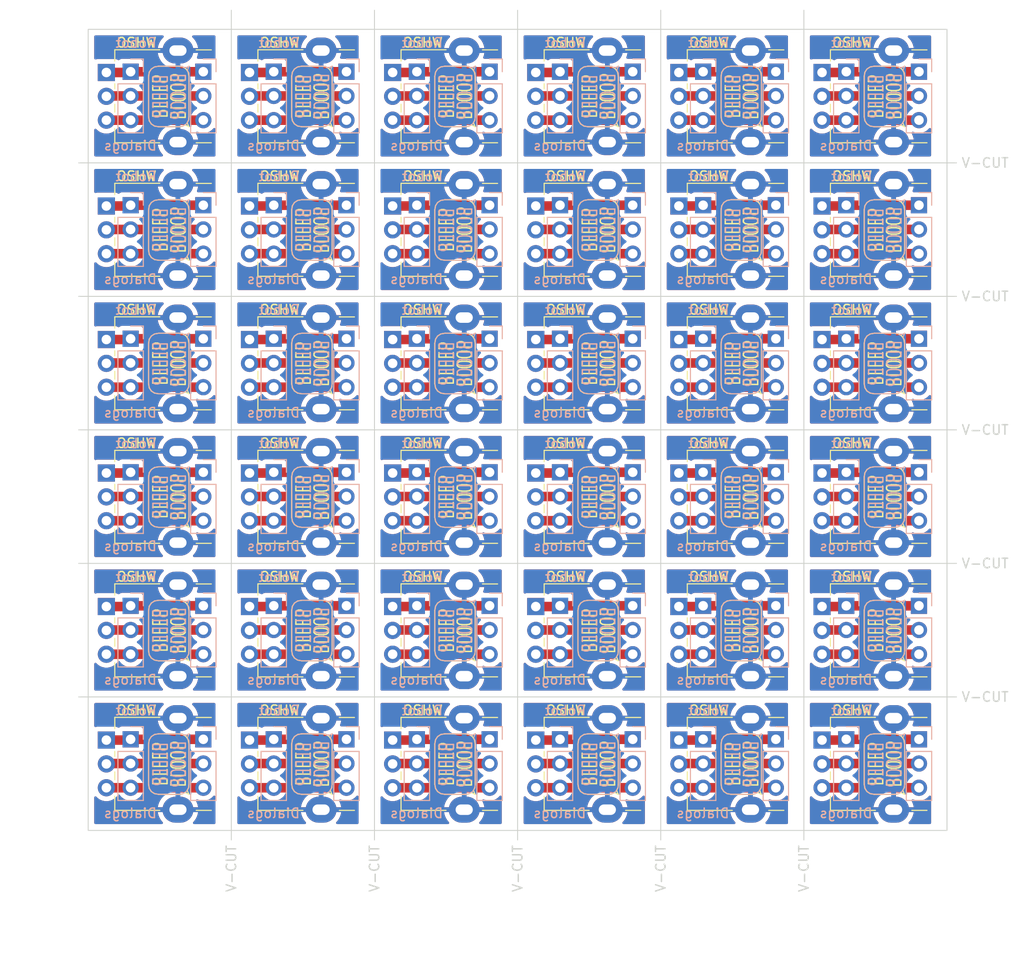
<source format=kicad_pcb>
(kicad_pcb (version 20211014) (generator pcbnew)
  (title_block (title "Alpha Pot BOB") (date "2022-02-03") (rev "v1") (company "Robot Dialogs"))
  (layers (0 "F.Cu" signal) (31 "B.Cu" signal) (34 "B.Paste" user) (35 "F.Paste" user) (36 "B.SilkS" user "B.Silkscreen") (37 "F.SilkS" user "F.Silkscreen") (38 "B.Mask" user) (39 "F.Mask" user) (44 "Edge.Cuts" user))
  (net 0 "")
  (net 1 "Net-(J1-Pad1)")
  (net 2 "Net-(J1-Pad2)")
  (net 3 "Net-(J1-Pad3)")
  (net 4 "GND")
  (footprint "My Stuff:Logo1" (layer "F.Cu") (at 175.426669 60.06872 90)
    (fp_text reference "LOGO2" hide)
    (fp_text value "logo1" hide)
  )
  (footprint "My Stuff:Logo2" (layer "F.Cu") (at 175.44667 60.01128 90)
    (fp_text reference "LOGO3" hide)
    (fp_text value "logo1" hide)
  )
  (footprint "My Stuff:Logo1" (layer "F.Cu") (at 205.426669 88.06872 90)
    (fp_text reference "LOGO2" hide)
    (fp_text value "logo1" hide)
  )
  (footprint "My Stuff:Potentiometer_Alpha_RD901F-40-00D_Single_Vertical_w_3d" (layer "F.Cu") (at 198.905 99.525)
    (fp_text reference "RV1" hide)
    (fp_text value "R_Potentiometer_MountingPin")
  )
  (footprint "My Stuff:Potentiometer_Alpha_RD901F-40-00D_Single_Vertical_w_3d" (layer "F.Cu") (at 153.905 57.525)
    (fp_text reference "RV1" hide)
    (fp_text value "R_Potentiometer_MountingPin")
  )
  (footprint "My Stuff:Logo2" (layer "F.Cu") (at 205.44667 74.01128 90)
    (fp_text reference "LOGO3" hide)
    (fp_text value "logo1" hide)
  )
  (footprint "My Stuff:Potentiometer_Alpha_RD901F-40-00D_Single_Vertical_w_3d" (layer "F.Cu") (at 228.905 85.525)
    (fp_text reference "RV1" hide)
    (fp_text value "R_Potentiometer_MountingPin")
  )
  (footprint "My Stuff:Potentiometer_Alpha_RD901F-40-00D_Single_Vertical_w_3d" (layer "F.Cu") (at 183.905 57.525)
    (fp_text reference "RV1" hide)
    (fp_text value "R_Potentiometer_MountingPin")
  )
  (footprint "My Stuff:Potentiometer_Alpha_RD901F-40-00D_Single_Vertical_w_3d" (layer "F.Cu") (at 183.905 113.525)
    (fp_text reference "RV1" hide)
    (fp_text value "R_Potentiometer_MountingPin")
  )
  (footprint "My Stuff:Logo2" (layer "F.Cu") (at 190.44667 60.01128 90)
    (fp_text reference "LOGO3" hide)
    (fp_text value "logo1" hide)
  )
  (footprint "My Stuff:Logo1" (layer "F.Cu") (at 175.426669 102.06872 90)
    (fp_text reference "LOGO2" hide)
    (fp_text value "logo1" hide)
  )
  (footprint "My Stuff:Logo1" (layer "F.Cu") (at 175.426669 74.06872 90)
    (fp_text reference "LOGO2" hide)
    (fp_text value "logo1" hide)
  )
  (footprint "My Stuff:Logo2" (layer "F.Cu") (at 190.44667 102.01128 90)
    (fp_text reference "LOGO3" hide)
    (fp_text value "logo1" hide)
  )
  (footprint "My Stuff:Potentiometer_Alpha_RD901F-40-00D_Single_Vertical_w_3d" (layer "F.Cu") (at 228.905 99.525)
    (fp_text reference "RV1" hide)
    (fp_text value "R_Potentiometer_MountingPin")
  )
  (footprint "My Stuff:Logo1" (layer "F.Cu") (at 205.426669 102.06872 90)
    (fp_text reference "LOGO2" hide)
    (fp_text value "logo1" hide)
  )
  (footprint "My Stuff:Logo1" (layer "F.Cu") (at 220.426669 116.06872 90)
    (fp_text reference "LOGO2" hide)
    (fp_text value "logo1" hide)
  )
  (footprint "My Stuff:Logo2" (layer "F.Cu") (at 220.44667 130.01128 90)
    (fp_text reference "LOGO3" hide)
    (fp_text value "logo1" hide)
  )
  (footprint "My Stuff:Logo1" (layer "F.Cu") (at 190.426669 74.06872 90)
    (fp_text reference "LOGO2" hide)
    (fp_text value "logo1" hide)
  )
  (footprint "My Stuff:Potentiometer_Alpha_RD901F-40-00D_Single_Vertical_w_3d" (layer "F.Cu") (at 153.905 113.525)
    (fp_text reference "RV1" hide)
    (fp_text value "R_Potentiometer_MountingPin")
  )
  (footprint "My Stuff:Potentiometer_Alpha_RD901F-40-00D_Single_Vertical_w_3d" (layer "F.Cu") (at 198.905 57.525)
    (fp_text reference "RV1" hide)
    (fp_text value "R_Potentiometer_MountingPin")
  )
  (footprint "My Stuff:Logo2" (layer "F.Cu") (at 190.44667 116.01128 90)
    (fp_text reference "LOGO3" hide)
    (fp_text value "logo1" hide)
  )
  (footprint "My Stuff:Potentiometer_Alpha_RD901F-40-00D_Single_Vertical_w_3d" (layer "F.Cu") (at 168.905 71.525)
    (fp_text reference "RV1" hide)
    (fp_text value "R_Potentiometer_MountingPin")
  )
  (footprint "My Stuff:Potentiometer_Alpha_RD901F-40-00D_Single_Vertical_w_3d" (layer "F.Cu") (at 183.905 85.525)
    (fp_text reference "RV1" hide)
    (fp_text value "R_Potentiometer_MountingPin")
  )
  (footprint "My Stuff:Logo1" (layer "F.Cu") (at 160.426669 60.06872 90)
    (fp_text reference "LOGO2" hide)
    (fp_text value "logo1" hide)
  )
  (footprint "My Stuff:Logo1" (layer "F.Cu") (at 220.426669 130.06872 90)
    (fp_text reference "LOGO2" hide)
    (fp_text value "logo1" hide)
  )
  (footprint "My Stuff:Logo2" (layer "F.Cu") (at 235.44667 130.01128 90)
    (fp_text reference "LOGO3" hide)
    (fp_text value "logo1" hide)
  )
  (footprint "My Stuff:Logo2" (layer "F.Cu") (at 160.44667 74.01128 90)
    (fp_text reference "LOGO3" hide)
    (fp_text value "logo1" hide)
  )
  (footprint "My Stuff:Logo1" (layer "F.Cu") (at 190.426669 88.06872 90)
    (fp_text reference "LOGO2" hide)
    (fp_text value "logo1" hide)
  )
  (footprint "My Stuff:Logo1" (layer "F.Cu") (at 205.426669 130.06872 90)
    (fp_text reference "LOGO2" hide)
    (fp_text value "logo1" hide)
  )
  (footprint "My Stuff:Potentiometer_Alpha_RD901F-40-00D_Single_Vertical_w_3d" (layer "F.Cu") (at 153.905 127.525)
    (fp_text reference "RV1" hide)
    (fp_text value "R_Potentiometer_MountingPin")
  )
  (footprint "My Stuff:Logo1" (layer "F.Cu") (at 160.426669 88.06872 90)
    (fp_text reference "LOGO2" hide)
    (fp_text value "logo1" hide)
  )
  (footprint "My Stuff:Logo2" (layer "F.Cu") (at 205.44667 116.01128 90)
    (fp_text reference "LOGO3" hide)
    (fp_text value "logo1" hide)
  )
  (footprint "My Stuff:Logo2" (layer "F.Cu") (at 220.44667 88.01128 90)
    (fp_text reference "LOGO3" hide)
    (fp_text value "logo1" hide)
  )
  (footprint "My Stuff:Potentiometer_Alpha_RD901F-40-00D_Single_Vertical_w_3d" (layer "F.Cu") (at 183.905 71.525)
    (fp_text reference "RV1" hide)
    (fp_text value "R_Potentiometer_MountingPin")
  )
  (footprint "My Stuff:Potentiometer_Alpha_RD901F-40-00D_Single_Vertical_w_3d" (layer "F.Cu") (at 153.905 99.525)
    (fp_text reference "RV1" hide)
    (fp_text value "R_Potentiometer_MountingPin")
  )
  (footprint "My Stuff:Logo2" (layer "F.Cu") (at 175.44667 102.01128 90)
    (fp_text reference "LOGO3" hide)
    (fp_text value "logo1" hide)
  )
  (footprint "My Stuff:Potentiometer_Alpha_RD901F-40-00D_Single_Vertical_w_3d" (layer "F.Cu") (at 228.905 57.525)
    (fp_text reference "RV1" hide)
    (fp_text value "R_Potentiometer_MountingPin")
  )
  (footprint "My Stuff:Potentiometer_Alpha_RD901F-40-00D_Single_Vertical_w_3d" (layer "F.Cu") (at 183.905 127.525)
    (fp_text reference "RV1" hide)
    (fp_text value "R_Potentiometer_MountingPin")
  )
  (footprint "My Stuff:Logo2" (layer "F.Cu") (at 205.44667 60.01128 90)
    (fp_text reference "LOGO3" hide)
    (fp_text value "logo1" hide)
  )
  (footprint "My Stuff:Logo2" (layer "F.Cu") (at 235.44667 88.01128 90)
    (fp_text reference "LOGO3" hide)
    (fp_text value "logo1" hide)
  )
  (footprint "My Stuff:Potentiometer_Alpha_RD901F-40-00D_Single_Vertical_w_3d" (layer "F.Cu") (at 198.905 113.525)
    (fp_text reference "RV1" hide)
    (fp_text value "R_Potentiometer_MountingPin")
  )
  (footprint "My Stuff:Logo1" (layer "F.Cu") (at 235.426669 102.06872 90)
    (fp_text reference "LOGO2" hide)
    (fp_text value "logo1" hide)
  )
  (footprint "My Stuff:Logo2" (layer "F.Cu") (at 160.44667 102.01128 90)
    (fp_text reference "LOGO3" hide)
    (fp_text value "logo1" hide)
  )
  (footprint "My Stuff:Logo2" (layer "F.Cu") (at 160.44667 130.01128 90)
    (fp_text reference "LOGO3" hide)
    (fp_text value "logo1" hide)
  )
  (footprint "My Stuff:Logo2" (layer "F.Cu") (at 220.44667 116.01128 90)
    (fp_text reference "LOGO3" hide)
    (fp_text value "logo1" hide)
  )
  (footprint "My Stuff:Potentiometer_Alpha_RD901F-40-00D_Single_Vertical_w_3d" (layer "F.Cu") (at 153.905 71.525)
    (fp_text reference "RV1" hide)
    (fp_text value "R_Potentiometer_MountingPin")
  )
  (footprint "My Stuff:Logo1" (layer "F.Cu") (at 175.426669 88.06872 90)
    (fp_text reference "LOGO2" hide)
    (fp_text value "logo1" hide)
  )
  (footprint "My Stuff:Logo1" (layer "F.Cu") (at 175.426669 116.06872 90)
    (fp_text reference "LOGO2" hide)
    (fp_text value "logo1" hide)
  )
  (footprint "My Stuff:Potentiometer_Alpha_RD901F-40-00D_Single_Vertical_w_3d" (layer "F.Cu") (at 228.905 113.525)
    (fp_text reference "RV1" hide)
    (fp_text value "R_Potentiometer_MountingPin")
  )
  (footprint "My Stuff:Logo1" (layer "F.Cu") (at 205.426669 116.06872 90)
    (fp_text reference "LOGO2" hide)
    (fp_text value "logo1" hide)
  )
  (footprint "My Stuff:Logo2" (layer "F.Cu") (at 205.44667 130.01128 90)
    (fp_text reference "LOGO3" hide)
    (fp_text value "logo1" hide)
  )
  (footprint "My Stuff:Logo1" (layer "F.Cu") (at 160.426669 74.06872 90)
    (fp_text reference "LOGO2" hide)
    (fp_text value "logo1" hide)
  )
  (footprint "My Stuff:Logo1" (layer "F.Cu") (at 220.426669 60.06872 90)
    (fp_text reference "LOGO2" hide)
    (fp_text value "logo1" hide)
  )
  (footprint "My Stuff:Logo1" (layer "F.Cu") (at 190.426669 60.06872 90)
    (fp_text reference "LOGO2" hide)
    (fp_text value "logo1" hide)
  )
  (footprint "My Stuff:Logo2" (layer "F.Cu") (at 160.44667 88.01128 90)
    (fp_text reference "LOGO3" hide)
    (fp_text value "logo1" hide)
  )
  (footprint "My Stuff:Logo2" (layer "F.Cu") (at 235.44667 74.01128 90)
    (fp_text reference "LOGO3" hide)
    (fp_text value "logo1" hide)
  )
  (footprint "My Stuff:Logo2" (layer "F.Cu") (at 190.44667 74.01128 90)
    (fp_text reference "LOGO3" hide)
    (fp_text value "logo1" hide)
  )
  (footprint "My Stuff:Logo1" (layer "F.Cu") (at 160.426669 116.06872 90)
    (fp_text reference "LOGO2" hide)
    (fp_text value "logo1" hide)
  )
  (footprint "My Stuff:Potentiometer_Alpha_RD901F-40-00D_Single_Vertical_w_3d" (layer "F.Cu") (at 213.905 99.525)
    (fp_text reference "RV1" hide)
    (fp_text value "R_Potentiometer_MountingPin")
  )
  (footprint "My Stuff:Potentiometer_Alpha_RD901F-40-00D_Single_Vertical_w_3d" (layer "F.Cu") (at 168.905 113.525)
    (fp_text reference "RV1" hide)
    (fp_text value "R_Potentiometer_MountingPin")
  )
  (footprint "My Stuff:Logo2" (layer "F.Cu") (at 235.44667 116.01128 90)
    (fp_text reference "LOGO3" hide)
    (fp_text value "logo1" hide)
  )
  (footprint "My Stuff:Logo2" (layer "F.Cu") (at 205.44667 88.01128 90)
    (fp_text reference "LOGO3" hide)
    (fp_text value "logo1" hide)
  )
  (footprint "My Stuff:Logo2" (layer "F.Cu") (at 205.44667 102.01128 90)
    (fp_text reference "LOGO3" hide)
    (fp_text value "logo1" hide)
  )
  (footprint "My Stuff:Potentiometer_Alpha_RD901F-40-00D_Single_Vertical_w_3d" (layer "F.Cu") (at 213.905 113.525)
    (fp_text reference "RV1" hide)
    (fp_text value "R_Potentiometer_MountingPin")
  )
  (footprint "My Stuff:Logo2" (layer "F.Cu") (at 220.44667 102.01128 90)
    (fp_text reference "LOGO3" hide)
    (fp_text value "logo1" hide)
  )
  (footprint "My Stuff:Logo1" (layer "F.Cu") (at 160.426669 102.06872 90)
    (fp_text reference "LOGO2" hide)
    (fp_text value "logo1" hide)
  )
  (footprint "My Stuff:Logo2" (layer "F.Cu") (at 220.44667 74.01128 90)
    (fp_text reference "LOGO3" hide)
    (fp_text value "logo1" hide)
  )
  (footprint "My Stuff:Potentiometer_Alpha_RD901F-40-00D_Single_Vertical_w_3d" (layer "F.Cu") (at 213.905 127.525)
    (fp_text reference "RV1" hide)
    (fp_text value "R_Potentiometer_MountingPin")
  )
  (footprint "My Stuff:Potentiometer_Alpha_RD901F-40-00D_Single_Vertical_w_3d" (layer "F.Cu") (at 228.905 127.525)
    (fp_text reference "RV1" hide)
    (fp_text value "R_Potentiometer_MountingPin")
  )
  (footprint "My Stuff:Logo2" (layer "F.Cu") (at 175.44667 88.01128 90)
    (fp_text reference "LOGO3" hide)
    (fp_text value "logo1" hide)
  )
  (footprint "My Stuff:Logo1" (layer "F.Cu") (at 190.426669 102.06872 90)
    (fp_text reference "LOGO2" hide)
    (fp_text value "logo1" hide)
  )
  (footprint "My Stuff:Logo2" (layer "F.Cu") (at 160.44667 116.01128 90)
    (fp_text reference "LOGO3" hide)
    (fp_text value "logo1" hide)
  )
  (footprint "My Stuff:Potentiometer_Alpha_RD901F-40-00D_Single_Vertical_w_3d" (layer "F.Cu") (at 213.905 85.525)
    (fp_text reference "RV1" hide)
    (fp_text value "R_Potentiometer_MountingPin")
  )
  (footprint "My Stuff:Logo1" (layer "F.Cu") (at 220.426669 74.06872 90)
    (fp_text reference "LOGO2" hide)
    (fp_text value "logo1" hide)
  )
  (footprint "My Stuff:Logo2" (layer "F.Cu") (at 175.44667 116.01128 90)
    (fp_text reference "LOGO3" hide)
    (fp_text value "logo1" hide)
  )
  (footprint "My Stuff:Potentiometer_Alpha_RD901F-40-00D_Single_Vertical_w_3d" (layer "F.Cu") (at 168.905 57.525)
    (fp_text reference "RV1" hide)
    (fp_text value "R_Potentiometer_MountingPin")
  )
  (footprint "My Stuff:Potentiometer_Alpha_RD901F-40-00D_Single_Vertical_w_3d" (layer "F.Cu") (at 213.905 71.525)
    (fp_text reference "RV1" hide)
    (fp_text value "R_Potentiometer_MountingPin")
  )
  (footprint "My Stuff:Logo1" (layer "F.Cu") (at 235.426669 74.06872 90)
    (fp_text reference "LOGO2" hide)
    (fp_text value "logo1" hide)
  )
  (footprint "My Stuff:Logo1" (layer "F.Cu") (at 175.426669 130.06872 90)
    (fp_text reference "LOGO2" hide)
    (fp_text value "logo1" hide)
  )
  (footprint "My Stuff:Potentiometer_Alpha_RD901F-40-00D_Single_Vertical_w_3d" (layer "F.Cu") (at 153.905 85.525)
    (fp_text reference "RV1" hide)
    (fp_text value "R_Potentiometer_MountingPin")
  )
  (footprint "My Stuff:Potentiometer_Alpha_RD901F-40-00D_Single_Vertical_w_3d" (layer "F.Cu") (at 198.905 85.525)
    (fp_text reference "RV1" hide)
    (fp_text value "R_Potentiometer_MountingPin")
  )
  (footprint "My Stuff:Potentiometer_Alpha_RD901F-40-00D_Single_Vertical_w_3d" (layer "F.Cu") (at 198.905 71.525)
    (fp_text reference "RV1" hide)
    (fp_text value "R_Potentiometer_MountingPin")
  )
  (footprint "My Stuff:Logo1" (layer "F.Cu") (at 220.426669 88.06872 90)
    (fp_text reference "LOGO2" hide)
    (fp_text value "logo1" hide)
  )
  (footprint "My Stuff:Potentiometer_Alpha_RD901F-40-00D_Single_Vertical_w_3d" (layer "F.Cu") (at 183.905 99.525)
    (fp_text reference "RV1" hide)
    (fp_text value "R_Potentiometer_MountingPin")
  )
  (footprint "My Stuff:Logo1" (layer "F.Cu") (at 235.426669 130.06872 90)
    (fp_text reference "LOGO2" hide)
    (fp_text value "logo1" hide)
  )
  (footprint "My Stuff:Logo2" (layer "F.Cu") (at 235.44667 60.01128 90)
    (fp_text reference "LOGO3" hide)
    (fp_text value "logo1" hide)
  )
  (footprint "My Stuff:Potentiometer_Alpha_RD901F-40-00D_Single_Vertical_w_3d" (layer "F.Cu") (at 213.905 57.525)
    (fp_text reference "RV1" hide)
    (fp_text value "R_Potentiometer_MountingPin")
  )
  (footprint "My Stuff:Potentiometer_Alpha_RD901F-40-00D_Single_Vertical_w_3d" (layer "F.Cu") (at 168.905 85.525)
    (fp_text reference "RV1" hide)
    (fp_text value "R_Potentiometer_MountingPin")
  )
  (footprint "My Stuff:Logo1" (layer "F.Cu") (at 235.426669 60.06872 90)
    (fp_text reference "LOGO2" hide)
    (fp_text value "logo1" hide)
  )
  (footprint "My Stuff:Logo2" (layer "F.Cu") (at 175.44667 130.01128 90)
    (fp_text reference "LOGO3" hide)
    (fp_text value "logo1" hide)
  )
  (footprint "My Stuff:Logo1" (layer "F.Cu") (at 190.426669 116.06872 90)
    (fp_text reference "LOGO2" hide)
    (fp_text value "logo1" hide)
  )
  (footprint "My Stuff:Logo2" (layer "F.Cu") (at 190.44667 88.01128 90)
    (fp_text reference "LOGO3" hide)
    (fp_text value "logo1" hide)
  )
  (footprint "My Stuff:Logo2" (layer "F.Cu") (at 190.44667 130.01128 90)
    (fp_text reference "LOGO3" hide)
    (fp_text value "logo1" hide)
  )
  (footprint "My Stuff:Logo1" (layer "F.Cu") (at 235.426669 116.06872 90)
    (fp_text reference "LOGO2" hide)
    (fp_text value "logo1" hide)
  )
  (footprint "My Stuff:Logo1" (layer "F.Cu") (at 235.426669 88.06872 90)
    (fp_text reference "LOGO2" hide)
    (fp_text value "logo1" hide)
  )
  (footprint "My Stuff:Logo2" (layer "F.Cu") (at 160.44667 60.01128 90)
    (fp_text reference "LOGO3" hide)
    (fp_text value "logo1" hide)
  )
  (footprint "My Stuff:Logo2" (layer "F.Cu") (at 175.44667 74.01128 90)
    (fp_text reference "LOGO3" hide)
    (fp_text value "logo1" hide)
  )
  (footprint "My Stuff:Logo2" (layer "F.Cu") (at 220.44667 60.01128 90)
    (fp_text reference "LOGO3" hide)
    (fp_text value "logo1" hide)
  )
  (footprint "My Stuff:Logo1" (layer "F.Cu") (at 205.426669 74.06872 90)
    (fp_text reference "LOGO2" hide)
    (fp_text value "logo1" hide)
  )
  (footprint "My Stuff:Logo2" (layer "F.Cu") (at 235.44667 102.01128 90)
    (fp_text reference "LOGO3" hide)
    (fp_text value "logo1" hide)
  )
  (footprint "My Stuff:Logo1" (layer "F.Cu") (at 160.426669 130.06872 90)
    (fp_text reference "LOGO2" hide)
    (fp_text value "logo1" hide)
  )
  (footprint "My Stuff:Logo1" (layer "F.Cu") (at 205.426669 60.06872 90)
    (fp_text reference "LOGO2" hide)
    (fp_text value "logo1" hide)
  )
  (footprint "My Stuff:Potentiometer_Alpha_RD901F-40-00D_Single_Vertical_w_3d" (layer "F.Cu") (at 168.905 127.525)
    (fp_text reference "RV1" hide)
    (fp_text value "R_Potentiometer_MountingPin")
  )
  (footprint "My Stuff:Potentiometer_Alpha_RD901F-40-00D_Single_Vertical_w_3d" (layer "F.Cu") (at 198.905 127.525)
    (fp_text reference "RV1" hide)
    (fp_text value "R_Potentiometer_MountingPin")
  )
  (footprint "My Stuff:Potentiometer_Alpha_RD901F-40-00D_Single_Vertical_w_3d" (layer "F.Cu") (at 228.905 71.525)
    (fp_text reference "RV1" hide)
    (fp_text value "R_Potentiometer_MountingPin")
  )
  (footprint "My Stuff:Potentiometer_Alpha_RD901F-40-00D_Single_Vertical_w_3d" (layer "F.Cu") (at 168.905 99.525)
    (fp_text reference "RV1" hide)
    (fp_text value "R_Potentiometer_MountingPin")
  )
  (footprint "My Stuff:Logo1" (layer "F.Cu") (at 190.426669 130.06872 90)
    (fp_text reference "LOGO2" hide)
    (fp_text value "logo1" hide)
  )
  (footprint "My Stuff:Logo1" (layer "F.Cu") (at 220.426669 102.06872 90)
    (fp_text reference "LOGO2" hide)
    (fp_text value "logo1" hide)
  )
  (footprint "Connector_PinHeader_2.54mm:PinHeader_1x03_P2.54mm_Vertical" (layer "B.Cu") (at 231.445 113.445 180)
    (fp_text reference "J2" hide)
    (fp_text value "Conn_01x03_Male")
  )
  (footprint "Connector_PinHeader_2.54mm:PinHeader_1x03_P2.54mm_Vertical" (layer "B.Cu") (at 171.445 113.445 180)
    (fp_text reference "J2" hide)
    (fp_text value "Conn_01x03_Male")
  )
  (footprint "Connector_PinHeader_2.54mm:PinHeader_1x03_P2.54mm_Vertical" (layer "B.Cu") (at 231.445 127.445 180)
    (fp_text reference "J2" hide)
    (fp_text value "Conn_01x03_Male")
  )
  (footprint "Connector_PinHeader_2.54mm:PinHeader_1x03_P2.54mm_Vertical" (layer "B.Cu") (at 231.445 85.445 180)
    (fp_text reference "J2" hide)
    (fp_text value "Conn_01x03_Male")
  )
  (footprint "Connector_PinHeader_2.54mm:PinHeader_1x03_P2.54mm_Vertical" (layer "B.Cu") (at 194.065 127.445 180)
    (fp_text reference "J1" hide)
    (fp_text value "Conn_01x03_Male")
  )
  (footprint "Connector_PinHeader_2.54mm:PinHeader_1x03_P2.54mm_Vertical" (layer "B.Cu") (at 171.445 99.445 180)
    (fp_text reference "J2" hide)
    (fp_text value "Conn_01x03_Male")
  )
  (footprint "Connector_PinHeader_2.54mm:PinHeader_1x03_P2.54mm_Vertical" (layer "B.Cu") (at 239.065 57.445 180)
    (fp_text reference "J1" hide)
    (fp_text value "Conn_01x03_Male")
  )
  (footprint "Connector_PinHeader_2.54mm:PinHeader_1x03_P2.54mm_Vertical" (layer "B.Cu") (at 216.445 85.445 180)
    (fp_text reference "J2" hide)
    (fp_text value "Conn_01x03_Male")
  )
  (footprint "Connector_PinHeader_2.54mm:PinHeader_1x03_P2.54mm_Vertical" (layer "B.Cu") (at 231.445 71.445 180)
    (fp_text reference "J2" hide)
    (fp_text value "Conn_01x03_Male")
  )
  (footprint "Connector_PinHeader_2.54mm:PinHeader_1x03_P2.54mm_Vertical" (layer "B.Cu") (at 201.445 71.445 180)
    (fp_text reference "J2" hide)
    (fp_text value "Conn_01x03_Male")
  )
  (footprint "Connector_PinHeader_2.54mm:PinHeader_1x03_P2.54mm_Vertical" (layer "B.Cu") (at 216.445 127.445 180)
    (fp_text reference "J2" hide)
    (fp_text value "Conn_01x03_Male")
  )
  (footprint "Connector_PinHeader_2.54mm:PinHeader_1x03_P2.54mm_Vertical" (layer "B.Cu") (at 239.065 71.445 180)
    (fp_text reference "J1" hide)
    (fp_text value "Conn_01x03_Male")
  )
  (footprint "Connector_PinHeader_2.54mm:PinHeader_1x03_P2.54mm_Vertical" (layer "B.Cu") (at 209.065 113.445 180)
    (fp_text reference "J1" hide)
    (fp_text value "Conn_01x03_Male")
  )
  (footprint "Connector_PinHeader_2.54mm:PinHeader_1x03_P2.54mm_Vertical" (layer "B.Cu") (at 209.065 71.445 180)
    (fp_text reference "J1" hide)
    (fp_text value "Conn_01x03_Male")
  )
  (footprint "Connector_PinHeader_2.54mm:PinHeader_1x03_P2.54mm_Vertical" (layer "B.Cu") (at 186.445 127.445 180)
    (fp_text reference "J2" hide)
    (fp_text value "Conn_01x03_Male")
  )
  (footprint "Connector_PinHeader_2.54mm:PinHeader_1x03_P2.54mm_Vertical" (layer "B.Cu") (at 179.065 99.445 180)
    (fp_text reference "J1" hide)
    (fp_text value "Conn_01x03_Male")
  )
  (footprint "Connector_PinHeader_2.54mm:PinHeader_1x03_P2.54mm_Vertical" (layer "B.Cu") (at 216.445 99.445 180)
    (fp_text reference "J2" hide)
    (fp_text value "Conn_01x03_Male")
  )
  (footprint "Connector_PinHeader_2.54mm:PinHeader_1x03_P2.54mm_Vertical" (layer "B.Cu") (at 164.065 99.445 180)
    (fp_text reference "J1" hide)
    (fp_text value "Conn_01x03_Male")
  )
  (footprint "Connector_PinHeader_2.54mm:PinHeader_1x03_P2.54mm_Vertical" (layer "B.Cu") (at 231.445 57.445 180)
    (fp_text reference "J2" hide)
    (fp_text value "Conn_01x03_Male")
  )
  (footprint "Connector_PinHeader_2.54mm:PinHeader_1x03_P2.54mm_Vertical" (layer "B.Cu") (at 156.445 113.445 180)
    (fp_text reference "J2" hide)
    (fp_text value "Conn_01x03_Male")
  )
  (footprint "Connector_PinHeader_2.54mm:PinHeader_1x03_P2.54mm_Vertical" (layer "B.Cu") (at 224.065 57.445 180)
    (fp_text reference "J1" hide)
    (fp_text value "Conn_01x03_Male")
  )
  (footprint "Connector_PinHeader_2.54mm:PinHeader_1x03_P2.54mm_Vertical" (layer "B.Cu") (at 239.065 113.445 180)
    (fp_text reference "J1" hide)
    (fp_text value "Conn_01x03_Male")
  )
  (footprint "Connector_PinHeader_2.54mm:PinHeader_1x03_P2.54mm_Vertical" (layer "B.Cu") (at 209.065 85.445 180)
    (fp_text reference "J1" hide)
    (fp_text value "Conn_01x03_Male")
  )
  (footprint "Connector_PinHeader_2.54mm:PinHeader_1x03_P2.54mm_Vertical" (layer "B.Cu") (at 194.065 113.445 180)
    (fp_text reference "J1" hide)
    (fp_text value "Conn_01x03_Male")
  )
  (footprint "Connector_PinHeader_2.54mm:PinHeader_1x03_P2.54mm_Vertical" (layer "B.Cu") (at 216.445 113.445 180)
    (fp_text reference "J2" hide)
    (fp_text value "Conn_01x03_Male")
  )
  (footprint "Connector_PinHeader_2.54mm:PinHeader_1x03_P2.54mm_Vertical" (layer "B.Cu") (at 186.445 113.445 180)
    (fp_text reference "J2" hide)
    (fp_text value "Conn_01x03_Male")
  )
  (footprint "Connector_PinHeader_2.54mm:PinHeader_1x03_P2.54mm_Vertical" (layer "B.Cu") (at 201.445 113.445 180)
    (fp_text reference "J2" hide)
    (fp_text value "Conn_01x03_Male")
  )
  (footprint "Connector_PinHeader_2.54mm:PinHeader_1x03_P2.54mm_Vertical" (layer "B.Cu") (at 224.065 71.445 180)
    (fp_text reference "J1" hide)
    (fp_text value "Conn_01x03_Male")
  )
  (footprint "Connector_PinHeader_2.54mm:PinHeader_1x03_P2.54mm_Vertical" (layer "B.Cu") (at 179.065 127.445 180)
    (fp_text reference "J1" hide)
    (fp_text value "Conn_01x03_Male")
  )
  (footprint "Connector_PinHeader_2.54mm:PinHeader_1x03_P2.54mm_Vertical" (layer "B.Cu") (at 164.065 85.445 180)
    (fp_text reference "J1" hide)
    (fp_text value "Conn_01x03_Male")
  )
  (footprint "Connector_PinHeader_2.54mm:PinHeader_1x03_P2.54mm_Vertical" (layer "B.Cu") (at 171.445 57.445 180)
    (fp_text reference "J2" hide)
    (fp_text value "Conn_01x03_Male")
  )
  (footprint "Connector_PinHeader_2.54mm:PinHeader_1x03_P2.54mm_Vertical" (layer "B.Cu") (at 156.445 99.445 180)
    (fp_text reference "J2" hide)
    (fp_text value "Conn_01x03_Male")
  )
  (footprint "Connector_PinHeader_2.54mm:PinHeader_1x03_P2.54mm_Vertical" (layer "B.Cu") (at 171.445 127.445 180)
    (fp_text reference "J2" hide)
    (fp_text value "Conn_01x03_Male")
  )
  (footprint "Connector_PinHeader_2.54mm:PinHeader_1x03_P2.54mm_Vertical" (layer "B.Cu") (at 186.445 71.445 180)
    (fp_text reference "J2" hide)
    (fp_text value "Conn_01x03_Male")
  )
  (footprint "Connector_PinHeader_2.54mm:PinHeader_1x03_P2.54mm_Vertical" (layer "B.Cu") (at 179.065 113.445 180)
    (fp_text reference "J1" hide)
    (fp_text value "Conn_01x03_Male")
  )
  (footprint "Connector_PinHeader_2.54mm:PinHeader_1x03_P2.54mm_Vertical" (layer "B.Cu") (at 231.445 99.445 180)
    (fp_text reference "J2" hide)
    (fp_text value "Conn_01x03_Male")
  )
  (footprint "Connector_PinHeader_2.54mm:PinHeader_1x03_P2.54mm_Vertical" (layer "B.Cu") (at 194.065 57.445 180)
    (fp_text reference "J1" hide)
    (fp_text value "Conn_01x03_Male")
  )
  (footprint "Connector_PinHeader_2.54mm:PinHeader_1x03_P2.54mm_Vertical" (layer "B.Cu") (at 171.445 85.445 180)
    (fp_text reference "J2" hide)
    (fp_text value "Conn_01x03_Male")
  )
  (footprint "Connector_PinHeader_2.54mm:PinHeader_1x03_P2.54mm_Vertical" (layer "B.Cu") (at 239.065 99.445 180)
    (fp_text reference "J1" hide)
    (fp_text value "Conn_01x03_Male")
  )
  (footprint "Connector_PinHeader_2.54mm:PinHeader_1x03_P2.54mm_Vertical" (layer "B.Cu") (at 186.445 99.445 180)
    (fp_text reference "J2" hide)
    (fp_text value "Conn_01x03_Male")
  )
  (footprint "Connector_PinHeader_2.54mm:PinHeader_1x03_P2.54mm_Vertical" (layer "B.Cu") (at 156.445 127.445 180)
    (fp_text reference "J2" hide)
    (fp_text value "Conn_01x03_Male")
  )
  (footprint "Connector_PinHeader_2.54mm:PinHeader_1x03_P2.54mm_Vertical" (layer "B.Cu") (at 209.065 57.445 180)
    (fp_text reference "J1" hide)
    (fp_text value "Conn_01x03_Male")
  )
  (footprint "Connector_PinHeader_2.54mm:PinHeader_1x03_P2.54mm_Vertical" (layer "B.Cu") (at 224.065 113.445 180)
    (fp_text reference "J1" hide)
    (fp_text value "Conn_01x03_Male")
  )
  (footprint "Connector_PinHeader_2.54mm:PinHeader_1x03_P2.54mm_Vertical" (layer "B.Cu") (at 179.065 71.445 180)
    (fp_text reference "J1" hide)
    (fp_text value "Conn_01x03_Male")
  )
  (footprint "Connector_PinHeader_2.54mm:PinHeader_1x03_P2.54mm_Vertical" (layer "B.Cu") (at 201.445 127.445 180)
    (fp_text reference "J2" hide)
    (fp_text value "Conn_01x03_Male")
  )
  (footprint "Connector_PinHeader_2.54mm:PinHeader_1x03_P2.54mm_Vertical" (layer "B.Cu") (at 201.445 85.445 180)
    (fp_text reference "J2" hide)
    (fp_text value "Conn_01x03_Male")
  )
  (footprint "Connector_PinHeader_2.54mm:PinHeader_1x03_P2.54mm_Vertical" (layer "B.Cu") (at 239.065 85.445 180)
    (fp_text reference "J1" hide)
    (fp_text value "Conn_01x03_Male")
  )
  (footprint "Connector_PinHeader_2.54mm:PinHeader_1x03_P2.54mm_Vertical" (layer "B.Cu") (at 171.445 71.445 180)
    (fp_text reference "J2" hide)
    (fp_text value "Conn_01x03_Male")
  )
  (footprint "Connector_PinHeader_2.54mm:PinHeader_1x03_P2.54mm_Vertical" (layer "B.Cu") (at 201.445 57.445 180)
    (fp_text reference "J2" hide)
    (fp_text value "Conn_01x03_Male")
  )
  (footprint "Connector_PinHeader_2.54mm:PinHeader_1x03_P2.54mm_Vertical" (layer "B.Cu") (at 164.065 57.445 180)
    (fp_text reference "J1" hide)
    (fp_text value "Conn_01x03_Male")
  )
  (footprint "Connector_PinHeader_2.54mm:PinHeader_1x03_P2.54mm_Vertical" (layer "B.Cu") (at 194.065 71.445 180)
    (fp_text reference "J1" hide)
    (fp_text value "Conn_01x03_Male")
  )
  (footprint "Connector_PinHeader_2.54mm:PinHeader_1x03_P2.54mm_Vertical" (layer "B.Cu") (at 164.065 127.445 180)
    (fp_text reference "J1" hide)
    (fp_text value "Conn_01x03_Male")
  )
  (footprint "Connector_PinHeader_2.54mm:PinHeader_1x03_P2.54mm_Vertical" (layer "B.Cu") (at 186.445 85.445 180)
    (fp_text reference "J2" hide)
    (fp_text value "Conn_01x03_Male")
  )
  (footprint "Connector_PinHeader_2.54mm:PinHeader_1x03_P2.54mm_Vertical" (layer "B.Cu") (at 164.065 71.445 180)
    (fp_text reference "J1" hide)
    (fp_text value "Conn_01x03_Male")
  )
  (footprint "Connector_PinHeader_2.54mm:PinHeader_1x03_P2.54mm_Vertical" (layer "B.Cu") (at 164.065 113.445 180)
    (fp_text reference "J1" hide)
    (fp_text value "Conn_01x03_Male")
  )
  (footprint "Connector_PinHeader_2.54mm:PinHeader_1x03_P2.54mm_Vertical" (layer "B.Cu") (at 216.445 57.445 180)
    (fp_text reference "J2" hide)
    (fp_text value "Conn_01x03_Male")
  )
  (footprint "Connector_PinHeader_2.54mm:PinHeader_1x03_P2.54mm_Vertical" (layer "B.Cu") (at 224.065 85.445 180)
    (fp_text reference "J1" hide)
    (fp_text value "Conn_01x03_Male")
  )
  (footprint "Connector_PinHeader_2.54mm:PinHeader_1x03_P2.54mm_Vertical" (layer "B.Cu") (at 156.445 85.445 180)
    (fp_text reference "J2" hide)
    (fp_text value "Conn_01x03_Male")
  )
  (footprint "Connector_PinHeader_2.54mm:PinHeader_1x03_P2.54mm_Vertical" (layer "B.Cu") (at 156.445 71.445 180)
    (fp_text reference "J2" hide)
    (fp_text value "Conn_01x03_Male")
  )
  (footprint "Connector_PinHeader_2.54mm:PinHeader_1x03_P2.54mm_Vertical" (layer "B.Cu") (at 224.065 127.445 180)
    (fp_text reference "J1" hide)
    (fp_text value "Conn_01x03_Male")
  )
  (footprint "Connector_PinHeader_2.54mm:PinHeader_1x03_P2.54mm_Vertical" (layer "B.Cu") (at 156.445 57.445 180)
    (fp_text reference "J2" hide)
    (fp_text value "Conn_01x03_Male")
  )
  (footprint "Connector_PinHeader_2.54mm:PinHeader_1x03_P2.54mm_Vertical" (layer "B.Cu") (at 239.065 127.445 180)
    (fp_text reference "J1" hide)
    (fp_text value "Conn_01x03_Male")
  )
  (footprint "Connector_PinHeader_2.54mm:PinHeader_1x03_P2.54mm_Vertical" (layer "B.Cu") (at 201.445 99.445 180)
    (fp_text reference "J2" hide)
    (fp_text value "Conn_01x03_Male")
  )
  (footprint "Connector_PinHeader_2.54mm:PinHeader_1x03_P2.54mm_Vertical" (layer "B.Cu") (at 179.065 85.445 180)
    (fp_text reference "J1" hide)
    (fp_text value "Conn_01x03_Male")
  )
  (footprint "Connector_PinHeader_2.54mm:PinHeader_1x03_P2.54mm_Vertical" (layer "B.Cu") (at 186.445 57.445 180)
    (fp_text reference "J2" hide)
    (fp_text value "Conn_01x03_Male")
  )
  (footprint "Connector_PinHeader_2.54mm:PinHeader_1x03_P2.54mm_Vertical" (layer "B.Cu") (at 224.065 99.445 180)
    (fp_text reference "J1" hide)
    (fp_text value "Conn_01x03_Male")
  )
  (footprint "Connector_PinHeader_2.54mm:PinHeader_1x03_P2.54mm_Vertical" (layer "B.Cu") (at 209.065 127.445 180)
    (fp_text reference "J1" hide)
    (fp_text value "Conn_01x03_Male")
  )
  (footprint "Connector_PinHeader_2.54mm:PinHeader_1x03_P2.54mm_Vertical" (layer "B.Cu") (at 194.065 99.445 180)
    (fp_text reference "J1" hide)
    (fp_text value "Conn_01x03_Male")
  )
  (footprint "Connector_PinHeader_2.54mm:PinHeader_1x03_P2.54mm_Vertical" (layer "B.Cu") (at 216.445 71.445 180)
    (fp_text reference "J2" hide)
    (fp_text value "Conn_01x03_Male")
  )
  (footprint "Connector_PinHeader_2.54mm:PinHeader_1x03_P2.54mm_Vertical" (layer "B.Cu") (at 194.065 85.445 180)
    (fp_text reference "J1" hide)
    (fp_text value "Conn_01x03_Male")
  )
  (footprint "Connector_PinHeader_2.54mm:PinHeader_1x03_P2.54mm_Vertical" (layer "B.Cu") (at 209.065 99.445 180)
    (fp_text reference "J1" hide)
    (fp_text value "Conn_01x03_Male")
  )
  (footprint "Connector_PinHeader_2.54mm:PinHeader_1x03_P2.54mm_Vertical" (layer "B.Cu") (at 179.065 57.445 180)
    (fp_text reference "J1" hide)
    (fp_text value "Conn_01x03_Male")
  )
  (gr_line (start 212 51) (end 212 138) (layer "Edge.Cuts") (width 0.1))
  (gr_line (start 167 51) (end 167 138) (layer "Edge.Cuts") (width 0.1))
  (gr_line (start 182 51) (end 182 138) (layer "Edge.Cuts") (width 0.1))
  (gr_line (start 227 51) (end 227 138) (layer "Edge.Cuts") (width 0.1))
  (gr_line (start 151 67) (end 243 67) (layer "Edge.Cuts") (width 0.1))
  (gr_line (start 151 81) (end 243 81) (layer "Edge.Cuts") (width 0.1))
  (gr_rect (start 152 53) (end 242 137) (layer "Edge.Cuts") (width 0.1) (fill none))
  (gr_line (start 197 51) (end 197 138) (layer "Edge.Cuts") (width 0.1))
  (gr_line (start 151 95) (end 243 95) (layer "Edge.Cuts") (width 0.1))
  (gr_line (start 151 123) (end 243 123) (layer "Edge.Cuts") (width 0.1))
  (gr_line (start 151 109) (end 243 109) (layer "Edge.Cuts") (width 0.1))
  (gr_text "Dialogs" (at 216.415 93.195) (layer "B.SilkS") (effects (font (size 1 1)) (justify mirror)))
  (gr_text "Dialogs" (at 231.415 135.195) (layer "B.SilkS") (effects (font (size 1 1)) (justify mirror)))
  (gr_text "Dialogs" (at 171.415 65.195) (layer "B.SilkS") (effects (font (size 1 1)) (justify mirror)))
  (gr_text "Robot" (at 172.015 82.415) (layer "B.SilkS") (effects (font (size 1 1)) (justify mirror)))
  (gr_text "Robot" (at 157.015 124.415) (layer "B.SilkS") (effects (font (size 1 1)) (justify mirror)))
  (gr_text "Robot" (at 157.015 54.415) (layer "B.SilkS") (effects (font (size 1 1)) (justify mirror)))
  (gr_text "Dialogs" (at 231.415 107.195) (layer "B.SilkS") (effects (font (size 1 1)) (justify mirror)))
  (gr_text "Robot" (at 187.015 54.415) (layer "B.SilkS") (effects (font (size 1 1)) (justify mirror)))
  (gr_text "Robot" (at 172.015 96.415) (layer "B.SilkS") (effects (font (size 1 1)) (justify mirror)))
  (gr_text "Dialogs" (at 231.415 65.195) (layer "B.SilkS") (effects (font (size 1 1)) (justify mirror)))
  (gr_text "Robot" (at 187.015 96.415) (layer "B.SilkS") (effects (font (size 1 1)) (justify mirror)))
  (gr_text "Dialogs" (at 171.415 93.195) (layer "B.SilkS") (effects (font (size 1 1)) (justify mirror)))
  (gr_text "Robot" (at 172.015 124.415) (layer "B.SilkS") (effects (font (size 1 1)) (justify mirror)))
  (gr_text "Dialogs" (at 171.415 107.195) (layer "B.SilkS") (effects (font (size 1 1)) (justify mirror)))
  (gr_text "Dialogs" (at 186.415 107.195) (layer "B.SilkS") (effects (font (size 1 1)) (justify mirror)))
  (gr_text "Robot" (at 202.015 124.415) (layer "B.SilkS") (effects (font (size 1 1)) (justify mirror)))
  (gr_text "Robot" (at 202.015 82.415) (layer "B.SilkS") (effects (font (size 1 1)) (justify mirror)))
  (gr_text "Dialogs" (at 171.415 79.195) (layer "B.SilkS") (effects (font (size 1 1)) (justify mirror)))
  (gr_text "Dialogs" (at 186.415 135.195) (layer "B.SilkS") (effects (font (size 1 1)) (justify mirror)))
  (gr_text "Robot" (at 187.015 110.415) (layer "B.SilkS") (effects (font (size 1 1)) (justify mirror)))
  (gr_text "Robot" (at 157.015 82.415) (layer "B.SilkS") (effects (font (size 1 1)) (justify mirror)))
  (gr_text "Robot" (at 172.015 68.415) (layer "B.SilkS") (effects (font (size 1 1)) (justify mirror)))
  (gr_text "Dialogs" (at 201.415 79.195) (layer "B.SilkS") (effects (font (size 1 1)) (justify mirror)))
  (gr_text "Dialogs" (at 156.415 107.195) (layer "B.SilkS") (effects (font (size 1 1)) (justify mirror)))
  (gr_text "Dialogs" (at 156.415 135.195) (layer "B.SilkS") (effects (font (size 1 1)) (justify mirror)))
  (gr_text "Robot" (at 217.015 68.415) (layer "B.SilkS") (effects (font (size 1 1)) (justify mirror)))
  (gr_text "Dialogs" (at 201.415 65.195) (layer "B.SilkS") (effects (font (size 1 1)) (justify mirror)))
  (gr_text "Robot" (at 202.015 68.415) (layer "B.SilkS") (effects (font (size 1 1)) (justify mirror)))
  (gr_text "Robot" (at 232.015 54.415) (layer "B.SilkS") (effects (font (size 1 1)) (justify mirror)))
  (gr_text "Robot" (at 187.015 82.415) (layer "B.SilkS") (effects (font (size 1 1)) (justify mirror)))
  (gr_text "Dialogs" (at 201.415 93.195) (layer "B.SilkS") (effects (font (size 1 1)) (justify mirror)))
  (gr_text "Dialogs" (at 171.415 135.195) (layer "B.SilkS") (effects (font (size 1 1)) (justify mirror)))
  (gr_text "Dialogs" (at 216.415 135.195) (layer "B.SilkS") (effects (font (size 1 1)) (justify mirror)))
  (gr_text "Dialogs" (at 216.415 107.195) (layer "B.SilkS") (effects (font (size 1 1)) (justify mirror)))
  (gr_text "Dialogs" (at 156.415 121.195) (layer "B.SilkS") (effects (font (size 1 1)) (justify mirror)))
  (gr_text "Robot" (at 232.015 68.415) (layer "B.SilkS") (effects (font (size 1 1)) (justify mirror)))
  (gr_text "Robot" (at 232.015 124.415) (layer "B.SilkS") (effects (font (size 1 1)) (justify mirror)))
  (gr_text "Dialogs" (at 186.415 79.195) (layer "B.SilkS") (effects (font (size 1 1)) (justify mirror)))
  (gr_text "Dialogs" (at 231.415 121.195) (layer "B.SilkS") (effects (font (size 1 1)) (justify mirror)))
  (gr_text "Dialogs" (at 156.415 79.195) (layer "B.SilkS") (effects (font (size 1 1)) (justify mirror)))
  (gr_text "Dialogs" (at 216.415 121.195) (layer "B.SilkS") (effects (font (size 1 1)) (justify mirror)))
  (gr_text "Dialogs" (at 171.415 121.195) (layer "B.SilkS") (effects (font (size 1 1)) (justify mirror)))
  (gr_text "Robot" (at 232.015 82.415) (layer "B.SilkS") (effects (font (size 1 1)) (justify mirror)))
  (gr_text "Robot" (at 217.015 54.415) (layer "B.SilkS") (effects (font (size 1 1)) (justify mirror)))
  (gr_text "Dialogs" (at 216.415 65.195) (layer "B.SilkS") (effects (font (size 1 1)) (justify mirror)))
  (gr_text "Robot" (at 157.015 96.415) (layer "B.SilkS") (effects (font (size 1 1)) (justify mirror)))
  (gr_text "Dialogs" (at 231.415 79.195) (layer "B.SilkS") (effects (font (size 1 1)) (justify mirror)))
  (gr_text "Dialogs" (at 201.415 135.195) (layer "B.SilkS") (effects (font (size 1 1)) (justify mirror)))
  (gr_text "Dialogs" (at 186.415 121.195) (layer "B.SilkS") (effects (font (size 1 1)) (justify mirror)))
  (gr_text "Robot" (at 217.015 82.415) (layer "B.SilkS") (effects (font (size 1 1)) (justify mirror)))
  (gr_text "Robot" (at 187.015 68.415) (layer "B.SilkS") (effects (font (size 1 1)) (justify mirror)))
  (gr_text "Robot" (at 172.015 54.415) (layer "B.SilkS") (effects (font (size 1 1)) (justify mirror)))
  (gr_text "Robot" (at 217.015 124.415) (layer "B.SilkS") (effects (font (size 1 1)) (justify mirror)))
  (gr_text "Robot" (at 202.015 54.415) (layer "B.SilkS") (effects (font (size 1 1)) (justify mirror)))
  (gr_text "Dialogs" (at 201.415 121.195) (layer "B.SilkS") (effects (font (size 1 1)) (justify mirror)))
  (gr_text "Dialogs" (at 156.415 93.195) (layer "B.SilkS") (effects (font (size 1 1)) (justify mirror)))
  (gr_text "Robot" (at 217.015 96.415) (layer "B.SilkS") (effects (font (size 1 1)) (justify mirror)))
  (gr_text "Robot" (at 217.015 110.415) (layer "B.SilkS") (effects (font (size 1 1)) (justify mirror)))
  (gr_text "Robot" (at 157.015 110.415) (layer "B.SilkS") (effects (font (size 1 1)) (justify mirror)))
  (gr_text "Dialogs" (at 156.415 65.195) (layer "B.SilkS") (effects (font (size 1 1)) (justify mirror)))
  (gr_text "Robot" (at 202.015 96.415) (layer "B.SilkS") (effects (font (size 1 1)) (justify mirror)))
  (gr_text "Dialogs" (at 186.415 65.195) (layer "B.SilkS") (effects (font (size 1 1)) (justify mirror)))
  (gr_text "Dialogs" (at 186.415 93.195) (layer "B.SilkS") (effects (font (size 1 1)) (justify mirror)))
  (gr_text "Robot" (at 172.015 110.415) (layer "B.SilkS") (effects (font (size 1 1)) (justify mirror)))
  (gr_text "Dialogs" (at 216.415 79.195) (layer "B.SilkS") (effects (font (size 1 1)) (justify mirror)))
  (gr_text "Robot" (at 187.015 124.415) (layer "B.SilkS") (effects (font (size 1 1)) (justify mirror)))
  (gr_text "Dialogs" (at 231.415 93.195) (layer "B.SilkS") (effects (font (size 1 1)) (justify mirror)))
  (gr_text "Dialogs" (at 201.415 107.195) (layer "B.SilkS") (effects (font (size 1 1)) (justify mirror)))
  (gr_text "Robot" (at 202.015 110.415) (layer "B.SilkS") (effects (font (size 1 1)) (justify mirror)))
  (gr_text "Robot" (at 157.015 68.415) (layer "B.SilkS") (effects (font (size 1 1)) (justify mirror)))
  (gr_text "Robot" (at 232.015 96.415) (layer "B.SilkS") (effects (font (size 1 1)) (justify mirror)))
  (gr_text "Robot" (at 232.015 110.415) (layer "B.SilkS") (effects (font (size 1 1)) (justify mirror)))
  (gr_text "OSHW" (at 187.065 96.395) (layer "F.SilkS") (effects (font (size 1 1))))
  (gr_text "OSHW" (at 157.065 124.395) (layer "F.SilkS") (effects (font (size 1 1))))
  (gr_text "OSHW" (at 217.065 54.395) (layer "F.SilkS") (effects (font (size 1 1))))
  (gr_text "OSHW" (at 232.065 96.395) (layer "F.SilkS") (effects (font (size 1 1))))
  (gr_text "OSHW" (at 187.065 82.395) (layer "F.SilkS") (effects (font (size 1 1))))
  (gr_text "OSHW" (at 187.065 124.395) (layer "F.SilkS") (effects (font (size 1 1))))
  (gr_text "OSHW" (at 172.065 110.395) (layer "F.SilkS") (effects (font (size 1 1))))
  (gr_text "OSHW" (at 157.065 54.395) (layer "F.SilkS") (effects (font (size 1 1))))
  (gr_text "OSHW" (at 157.065 82.395) (layer "F.SilkS") (effects (font (size 1 1))))
  (gr_text "OSHW" (at 157.065 96.395) (layer "F.SilkS") (effects (font (size 1 1))))
  (gr_text "OSHW" (at 187.065 54.395) (layer "F.SilkS") (effects (font (size 1 1))))
  (gr_text "OSHW" (at 172.065 54.395) (layer "F.SilkS") (effects (font (size 1 1))))
  (gr_text "OSHW" (at 157.065 110.395) (layer "F.SilkS") (effects (font (size 1 1))))
  (gr_text "OSHW" (at 202.065 124.395) (layer "F.SilkS") (effects (font (size 1 1))))
  (gr_text "OSHW" (at 232.065 68.395) (layer "F.SilkS") (effects (font (size 1 1))))
  (gr_text "OSHW" (at 202.065 68.395) (layer "F.SilkS") (effects (font (size 1 1))))
  (gr_text "OSHW" (at 232.065 82.395) (layer "F.SilkS") (effects (font (size 1 1))))
  (gr_text "OSHW" (at 187.065 110.395) (layer "F.SilkS") (effects (font (size 1 1))))
  (gr_text "OSHW" (at 217.065 82.395) (layer "F.SilkS") (effects (font (size 1 1))))
  (gr_text "OSHW" (at 217.065 124.395) (layer "F.SilkS") (effects (font (size 1 1))))
  (gr_text "OSHW" (at 172.065 96.395) (layer "F.SilkS") (effects (font (size 1 1))))
  (gr_text "OSHW" (at 217.065 110.395) (layer "F.SilkS") (effects (font (size 1 1))))
  (gr_text "OSHW" (at 202.065 96.395) (layer "F.SilkS") (effects (font (size 1 1))))
  (gr_text "OSHW" (at 187.065 68.395) (layer "F.SilkS") (effects (font (size 1 1))))
  (gr_text "OSHW" (at 172.065 68.395) (layer "F.SilkS") (effects (font (size 1 1))))
  (gr_text "OSHW" (at 157.065 68.395) (layer "F.SilkS") (effects (font (size 1 1))))
  (gr_text "OSHW" (at 172.065 124.395) (layer "F.SilkS") (effects (font (size 1 1))))
  (gr_text "OSHW" (at 232.065 110.395) (layer "F.SilkS") (effects (font (size 1 1))))
  (gr_text "OSHW" (at 202.065 82.395) (layer "F.SilkS") (effects (font (size 1 1))))
  (gr_text "OSHW" (at 217.065 96.395) (layer "F.SilkS") (effects (font (size 1 1))))
  (gr_text "OSHW" (at 172.065 82.395) (layer "F.SilkS") (effects (font (size 1 1))))
  (gr_text "OSHW" (at 202.065 110.395) (layer "F.SilkS") (effects (font (size 1 1))))
  (gr_text "OSHW" (at 217.065 68.395) (layer "F.SilkS") (effects (font (size 1 1))))
  (gr_text "OSHW" (at 232.065 124.395) (layer "F.SilkS") (effects (font (size 1 1))))
  (gr_text "OSHW" (at 202.065 54.395) (layer "F.SilkS") (effects (font (size 1 1))))
  (gr_text "OSHW" (at 232.065 54.395) (layer "F.SilkS") (effects (font (size 1 1))))
  (gr_text "V-CUT" (at 167 141 90) (layer "Edge.Cuts") (effects (font (size 1 1))))
  (gr_text "V-CUT" (at 227 141 90) (layer "Edge.Cuts") (effects (font (size 1 1))))
  (gr_text "V-CUT" (at 246 95) (layer "Edge.Cuts") (effects (font (size 1 1))))
  (gr_text "V-CUT" (at 246 123) (layer "Edge.Cuts") (effects (font (size 1 1))))
  (gr_text "V-CUT" (at 197 141 90) (layer "Edge.Cuts") (effects (font (size 1 1))))
  (gr_text "V-CUT" (at 246 67) (layer "Edge.Cuts") (effects (font (size 1 1))))
  (gr_text "V-CUT" (at 212 141 90) (layer "Edge.Cuts") (effects (font (size 1 1))))
  (gr_text "V-CUT" (at 246 109) (layer "Edge.Cuts") (effects (font (size 1 1))))
  (gr_text "V-CUT" (at 246 81) (layer "Edge.Cuts") (effects (font (size 1 1))))
  (gr_text "V-CUT" (at 182 141 90) (layer "Edge.Cuts") (effects (font (size 1 1))))
  (segment (start 183.905 71.525) (end 186.365 71.525) (width 1) (layer "F.Cu") (net 1))
  (segment (start 216.445 85.445) (end 224.065 85.445) (width 1) (layer "F.Cu") (net 1))
  (segment (start 228.905 113.525) (end 231.365 113.525) (width 1) (layer "F.Cu") (net 1))
  (segment (start 231.365 71.525) (end 231.445 71.445) (width 1) (layer "F.Cu") (net 1))
  (segment (start 186.365 127.525) (end 186.445 127.445) (width 1) (layer "F.Cu") (net 1))
  (segment (start 213.905 113.525) (end 216.365 113.525) (width 1) (layer "F.Cu") (net 1))
  (segment (start 201.365 85.525) (end 201.445 85.445) (width 1) (layer "F.Cu") (net 1))
  (segment (start 216.365 99.525) (end 216.445 99.445) (width 1) (layer "F.Cu") (net 1))
  (segment (start 171.445 113.445) (end 179.065 113.445) (width 1) (layer "F.Cu") (net 1))
  (segment (start 156.365 71.525) (end 156.445 71.445) (width 1) (layer "F.Cu") (net 1))
  (segment (start 171.445 99.445) (end 179.065 99.445) (width 1) (layer "F.Cu") (net 1))
  (segment (start 198.905 71.525) (end 201.365 71.525) (width 1) (layer "F.Cu") (net 1))
  (segment (start 186.445 85.445) (end 194.065 85.445) (width 1) (layer "F.Cu") (net 1))
  (segment (start 156.445 71.445) (end 164.065 71.445) (width 1) (layer "F.Cu") (net 1))
  (segment (start 231.445 85.445) (end 239.065 85.445) (width 1) (layer "F.Cu") (net 1))
  (segment (start 156.445 127.445) (end 164.065 127.445) (width 1) (layer "F.Cu") (net 1))
  (segment (start 231.365 113.525) (end 231.445 113.445) (width 1) (layer "F.Cu") (net 1))
  (segment (start 183.905 99.525) (end 186.365 99.525) (width 1) (layer "F.Cu") (net 1))
  (segment (start 168.905 71.525) (end 171.365 71.525) (width 1) (layer "F.Cu") (net 1))
  (segment (start 168.905 113.525) (end 171.365 113.525) (width 1) (layer "F.Cu") (net 1))
  (segment (start 228.905 71.525) (end 231.365 71.525) (width 1) (layer "F.Cu") (net 1))
  (segment (start 231.365 99.525) (end 231.445 99.445) (width 1) (layer "F.Cu") (net 1))
  (segment (start 186.445 71.445) (end 194.065 71.445) (width 1) (layer "F.Cu") (net 1))
  (segment (start 201.445 113.445) (end 209.065 113.445) (width 1) (layer "F.Cu") (net 1))
  (segment (start 186.365 99.525) (end 186.445 99.445) (width 1) (layer "F.Cu") (net 1))
  (segment (start 201.365 99.525) (end 201.445 99.445) (width 1) (layer "F.Cu") (net 1))
  (segment (start 153.905 113.525) (end 156.365 113.525) (width 1) (layer "F.Cu") (net 1))
  (segment (start 183.905 127.525) (end 186.365 127.525) (width 1) (layer "F.Cu") (net 1))
  (segment (start 216.365 57.525) (end 216.445 57.445) (width 1) (layer "F.Cu") (net 1))
  (segment (start 213.905 99.525) (end 216.365 99.525) (width 1) (layer "F.Cu") (net 1))
  (segment (start 156.445 57.445) (end 164.065 57.445) (width 1) (layer "F.Cu") (net 1))
  (segment (start 231.445 113.445) (end 239.065 113.445) (width 1) (layer "F.Cu") (net 1))
  (segment (start 231.445 99.445) (end 239.065 99.445) (width 1) (layer "F.Cu") (net 1))
  (segment (start 168.905 99.525) (end 171.365 99.525) (width 1) (layer "F.Cu") (net 1))
  (segment (start 216.365 71.525) (end 216.445 71.445) (width 1) (layer "F.Cu") (net 1))
  (segment (start 171.365 99.525) (end 171.445 99.445) (width 1) (layer "F.Cu") (net 1))
  (segment (start 216.445 57.445) (end 224.065 57.445) (width 1) (layer "F.Cu") (net 1))
  (segment (start 198.905 127.525) (end 201.365 127.525) (width 1) (layer "F.Cu") (net 1))
  (segment (start 228.905 85.525) (end 231.365 85.525) (width 1) (layer "F.Cu") (net 1))
  (segment (start 171.365 127.525) (end 171.445 127.445) (width 1) (layer "F.Cu") (net 1))
  (segment (start 186.365 113.525) (end 186.445 113.445) (width 1) (layer "F.Cu") (net 1))
  (segment (start 186.445 57.445) (end 194.065 57.445) (width 1) (layer "F.Cu") (net 1))
  (segment (start 198.905 99.525) (end 201.365 99.525) (width 1) (layer "F.Cu") (net 1))
  (segment (start 213.905 57.525) (end 216.365 57.525) (width 1) (layer "F.Cu") (net 1))
  (segment (start 183.905 113.525) (end 186.365 113.525) (width 1) (layer "F.Cu") (net 1))
  (segment (start 156.365 113.525) (end 156.445 113.445) (width 1) (layer "F.Cu") (net 1))
  (segment (start 201.445 57.445) (end 209.065 57.445) (width 1) (layer "F.Cu") (net 1))
  (segment (start 156.445 113.445) (end 164.065 113.445) (width 1) (layer "F.Cu") (net 1))
  (segment (start 201.365 71.525) (end 201.445 71.445) (width 1) (layer "F.Cu") (net 1))
  (segment (start 186.445 127.445) (end 194.065 127.445) (width 1) (layer "F.Cu") (net 1))
  (segment (start 186.365 71.525) (end 186.445 71.445) (width 1) (layer "F.Cu") (net 1))
  (segment (start 201.365 57.525) (end 201.445 57.445) (width 1) (layer "F.Cu") (net 1))
  (segment (start 231.365 57.525) (end 231.445 57.445) (width 1) (layer "F.Cu") (net 1))
  (segment (start 153.905 127.525) (end 156.365 127.525) (width 1) (layer "F.Cu") (net 1))
  (segment (start 216.445 99.445) (end 224.065 99.445) (width 1) (layer "F.Cu") (net 1))
  (segment (start 231.445 71.445) (end 239.065 71.445) (width 1) (layer "F.Cu") (net 1))
  (segment (start 213.905 85.525) (end 216.365 85.525) (width 1) (layer "F.Cu") (net 1))
  (segment (start 198.905 85.525) (end 201.365 85.525) (width 1) (layer "F.Cu") (net 1))
  (segment (start 201.445 99.445) (end 209.065 99.445) (width 1) (layer "F.Cu") (net 1))
  (segment (start 156.365 85.525) (end 156.445 85.445) (width 1) (layer "F.Cu") (net 1))
  (segment (start 213.905 71.525) (end 216.365 71.525) (width 1) (layer "F.Cu") (net 1))
  (segment (start 153.905 71.525) (end 156.365 71.525) (width 1) (layer "F.Cu") (net 1))
  (segment (start 216.445 113.445) (end 224.065 113.445) (width 1) (layer "F.Cu") (net 1))
  (segment (start 168.905 127.525) (end 171.365 127.525) (width 1) (layer "F.Cu") (net 1))
  (segment (start 156.365 99.525) (end 156.445 99.445) (width 1) (layer "F.Cu") (net 1))
  (segment (start 171.365 85.525) (end 171.445 85.445) (width 1) (layer "F.Cu") (net 1))
  (segment (start 231.445 57.445) (end 239.065 57.445) (width 1) (layer "F.Cu") (net 1))
  (segment (start 171.365 57.525) (end 171.445 57.445) (width 1) (layer "F.Cu") (net 1))
  (segment (start 156.365 57.525) (end 156.445 57.445) (width 1) (layer "F.Cu") (net 1))
  (segment (start 171.445 71.445) (end 179.065 71.445) (width 1) (layer "F.Cu") (net 1))
  (segment (start 198.905 57.525) (end 201.365 57.525) (width 1) (layer "F.Cu") (net 1))
  (segment (start 171.365 71.525) (end 171.445 71.445) (width 1) (layer "F.Cu") (net 1))
  (segment (start 231.445 127.445) (end 239.065 127.445) (width 1) (layer "F.Cu") (net 1))
  (segment (start 228.905 99.525) (end 231.365 99.525) (width 1) (layer "F.Cu") (net 1))
  (segment (start 171.365 113.525) (end 171.445 113.445) (width 1) (layer "F.Cu") (net 1))
  (segment (start 201.445 71.445) (end 209.065 71.445) (width 1) (layer "F.Cu") (net 1))
  (segment (start 213.905 127.525) (end 216.365 127.525) (width 1) (layer "F.Cu") (net 1))
  (segment (start 153.905 85.525) (end 156.365 85.525) (width 1) (layer "F.Cu") (net 1))
  (segment (start 156.445 99.445) (end 164.065 99.445) (width 1) (layer "F.Cu") (net 1))
  (segment (start 201.445 85.445) (end 209.065 85.445) (width 1) (layer "F.Cu") (net 1))
  (segment (start 168.905 57.525) (end 171.365 57.525) (width 1) (layer "F.Cu") (net 1))
  (segment (start 171.445 85.445) (end 179.065 85.445) (width 1) (layer "F.Cu") (net 1))
  (segment (start 228.905 57.525) (end 231.365 57.525) (width 1) (layer "F.Cu") (net 1))
  (segment (start 183.905 85.525) (end 186.365 85.525) (width 1) (layer "F.Cu") (net 1))
  (segment (start 186.445 113.445) (end 194.065 113.445) (width 1) (layer "F.Cu") (net 1))
  (segment (start 201.365 127.525) (end 201.445 127.445) (width 1) (layer "F.Cu") (net 1))
  (segment (start 231.365 85.525) (end 231.445 85.445) (width 1) (layer "F.Cu") (net 1))
  (segment (start 216.365 127.525) (end 216.445 127.445) (width 1) (layer "F.Cu") (net 1))
  (segment (start 231.365 127.525) (end 231.445 127.445) (width 1) (layer "F.Cu") (net 1))
  (segment (start 201.365 113.525) (end 201.445 113.445) (width 1) (layer "F.Cu") (net 1))
  (segment (start 186.365 85.525) (end 186.445 85.445) (width 1) (layer "F.Cu") (net 1))
  (segment (start 156.365 127.525) (end 156.445 127.445) (width 1) (layer "F.Cu") (net 1))
  (segment (start 216.365 85.525) (end 216.445 85.445) (width 1) (layer "F.Cu") (net 1))
  (segment (start 183.905 57.525) (end 186.365 57.525) (width 1) (layer "F.Cu") (net 1))
  (segment (start 153.905 57.525) (end 156.365 57.525) (width 1) (layer "F.Cu") (net 1))
  (segment (start 216.445 71.445) (end 224.065 71.445) (width 1) (layer "F.Cu") (net 1))
  (segment (start 186.365 57.525) (end 186.445 57.445) (width 1) (layer "F.Cu") (net 1))
  (segment (start 201.445 127.445) (end 209.065 127.445) (width 1) (layer "F.Cu") (net 1))
  (segment (start 171.445 127.445) (end 179.065 127.445) (width 1) (layer "F.Cu") (net 1))
  (segment (start 228.905 127.525) (end 231.365 127.525) (width 1) (layer "F.Cu") (net 1))
  (segment (start 216.445 127.445) (end 224.065 127.445) (width 1) (layer "F.Cu") (net 1))
  (segment (start 156.445 85.445) (end 164.065 85.445) (width 1) (layer "F.Cu") (net 1))
  (segment (start 216.365 113.525) (end 216.445 113.445) (width 1) (layer "F.Cu") (net 1))
  (segment (start 153.905 99.525) (end 156.365 99.525) (width 1) (layer "F.Cu") (net 1))
  (segment (start 171.445 57.445) (end 179.065 57.445) (width 1) (layer "F.Cu") (net 1))
  (segment (start 198.905 113.525) (end 201.365 113.525) (width 1) (layer "F.Cu") (net 1))
  (segment (start 168.905 85.525) (end 171.365 85.525) (width 1) (layer "F.Cu") (net 1))
  (segment (start 186.445 99.445) (end 194.065 99.445) (width 1) (layer "F.Cu") (net 1))
  (segment (start 239.065 87.985) (end 228.945 87.985) (width 1) (layer "F.Cu") (net 2))
  (segment (start 228.945 101.985) (end 228.905 102.025) (width 1) (layer "F.Cu") (net 2))
  (segment (start 164.065 129.985) (end 153.945 129.985) (width 1) (layer "F.Cu") (net 2))
  (segment (start 213.945 59.985) (end 213.905 60.025) (width 1) (layer "F.Cu") (net 2))
  (segment (start 224.065 115.985) (end 213.945 115.985) (width 1) (layer "F.Cu") (net 2))
  (segment (start 194.065 87.985) (end 183.945 87.985) (width 1) (layer "F.Cu") (net 2))
  (segment (start 239.065 59.985) (end 228.945 59.985) (width 1) (layer "F.Cu") (net 2))
  (segment (start 164.065 115.985) (end 153.945 115.985) (width 1) (layer "F.Cu") (net 2))
  (segment (start 198.945 59.985) (end 198.905 60.025) (width 1) (layer "F.Cu") (net 2))
  (segment (start 228.945 73.985) (end 228.905 74.025) (width 1) (layer "F.Cu") (net 2))
  (segment (start 153.945 87.985) (end 153.905 88.025) (width 1) (layer "F.Cu") (net 2))
  (segment (start 179.065 59.985) (end 168.945 59.985) (width 1) (layer "F.Cu") (net 2))
  (segment (start 239.065 115.985) (end 228.945 115.985) (width 1) (layer "F.Cu") (net 2))
  (segment (start 198.945 115.985) (end 198.905 116.025) (width 1) (layer "F.Cu") (net 2))
  (segment (start 224.065 129.985) (end 213.945 129.985) (width 1) (layer "F.Cu") (net 2))
  (segment (start 239.065 101.985) (end 228.945 101.985) (width 1) (layer "F.Cu") (net 2))
  (segment (start 224.065 73.985) (end 213.945 73.985) (width 1) (layer "F.Cu") (net 2))
  (segment (start 228.945 115.985) (end 228.905 116.025) (width 1) (layer "F.Cu") (net 2))
  (segment (start 209.065 115.985) (end 198.945 115.985) (width 1) (layer "F.Cu") (net 2))
  (segment (start 183.945 115.985) (end 183.905 116.025) (width 1) (layer "F.Cu") (net 2))
  (segment (start 224.065 59.985) (end 213.945 59.985) (width 1) (layer "F.Cu") (net 2))
  (segment (start 209.065 129.985) (end 198.945 129.985) (width 1) (layer "F.Cu") (net 2))
  (segment (start 194.065 129.985) (end 183.945 129.985) (width 1) (layer "F.Cu") (net 2))
  (segment (start 168.945 59.985) (end 168.905 60.025) (width 1) (layer "F.Cu") (net 2))
  (segment (start 198.945 101.985) (end 198.905 102.025) (width 1) (layer "F.Cu") (net 2))
  (segment (start 179.065 101.985) (end 168.945 101.985) (width 1) (layer "F.Cu") (net 2))
  (segment (start 168.945 101.985) (end 168.905 102.025) (width 1) (layer "F.Cu") (net 2))
  (segment (start 228.945 87.985) (end 228.905 88.025) (width 1) (layer "F.Cu") (net 2))
  (segment (start 164.065 73.985) (end 153.945 73.985) (width 1) (layer "F.Cu") (net 2))
  (segment (start 209.065 59.985) (end 198.945 59.985) (width 1) (layer "F.Cu") (net 2))
  (segment (start 224.065 101.985) (end 213.945 101.985) (width 1) (layer "F.Cu") (net 2))
  (segment (start 224.065 87.985) (end 213.945 87.985) (width 1) (layer "F.Cu") (net 2))
  (segment (start 183.945 73.985) (end 183.905 74.025) (width 1) (layer "F.Cu") (net 2))
  (segment (start 194.065 101.985) (end 183.945 101.985) (width 1) (layer "F.Cu") (net 2))
  (segment (start 209.065 73.985) (end 198.945 73.985) (width 1) (layer "F.Cu") (net 2))
  (segment (start 168.945 129.985) (end 168.905 130.025) (width 1) (layer "F.Cu") (net 2))
  (segment (start 239.065 73.985) (end 228.945 73.985) (width 1) (layer "F.Cu") (net 2))
  (segment (start 198.945 73.985) (end 198.905 74.025) (width 1) (layer "F.Cu") (net 2))
  (segment (start 194.065 73.985) (end 183.945 73.985) (width 1) (layer "F.Cu") (net 2))
  (segment (start 213.945 129.985) (end 213.905 130.025) (width 1) (layer "F.Cu") (net 2))
  (segment (start 168.945 73.985) (end 168.905 74.025) (width 1) (layer "F.Cu") (net 2))
  (segment (start 198.945 129.985) (end 198.905 130.025) (width 1) (layer "F.Cu") (net 2))
  (segment (start 194.065 59.985) (end 183.945 59.985) (width 1) (layer "F.Cu") (net 2))
  (segment (start 179.065 87.985) (end 168.945 87.985) (width 1) (layer "F.Cu") (net 2))
  (segment (start 209.065 87.985) (end 198.945 87.985) (width 1) (layer "F.Cu") (net 2))
  (segment (start 213.945 73.985) (end 213.905 74.025) (width 1) (layer "F.Cu") (net 2))
  (segment (start 153.945 129.985) (end 153.905 130.025) (width 1) (layer "F.Cu") (net 2))
  (segment (start 164.065 101.985) (end 153.945 101.985) (width 1) (layer "F.Cu") (net 2))
  (segment (start 153.945 101.985) (end 153.905 102.025) (width 1) (layer "F.Cu") (net 2))
  (segment (start 153.945 59.985) (end 153.905 60.025) (width 1) (layer "F.Cu") (net 2))
  (segment (start 213.945 115.985) (end 213.905 116.025) (width 1) (layer "F.Cu") (net 2))
  (segment (start 164.065 87.985) (end 153.945 87.985) (width 1) (layer "F.Cu") (net 2))
  (segment (start 164.065 59.985) (end 153.945 59.985) (width 1) (layer "F.Cu") (net 2))
  (segment (start 198.945 87.985) (end 198.905 88.025) (width 1) (layer "F.Cu") (net 2))
  (segment (start 239.065 129.985) (end 228.945 129.985) (width 1) (layer "F.Cu") (net 2))
  (segment (start 179.065 115.985) (end 168.945 115.985) (width 1) (layer "F.Cu") (net 2))
  (segment (start 179.065 73.985) (end 168.945 73.985) (width 1) (layer "F.Cu") (net 2))
  (segment (start 194.065 115.985) (end 183.945 115.985) (width 1) (layer "F.Cu") (net 2))
  (segment (start 153.945 115.985) (end 153.905 116.025) (width 1) (layer "F.Cu") (net 2))
  (segment (start 183.945 87.985) (end 183.905 88.025) (width 1) (layer "F.Cu") (net 2))
  (segment (start 183.945 59.985) (end 183.905 60.025) (width 1) (layer "F.Cu") (net 2))
  (segment (start 228.945 59.985) (end 228.905 60.025) (width 1) (layer "F.Cu") (net 2))
  (segment (start 168.945 115.985) (end 168.905 116.025) (width 1) (layer "F.Cu") (net 2))
  (segment (start 228.945 129.985) (end 228.905 130.025) (width 1) (layer "F.Cu") (net 2))
  (segment (start 168.945 87.985) (end 168.905 88.025) (width 1) (layer "F.Cu") (net 2))
  (segment (start 213.945 101.985) (end 213.905 102.025) (width 1) (layer "F.Cu") (net 2))
  (segment (start 179.065 129.985) (end 168.945 129.985) (width 1) (layer "F.Cu") (net 2))
  (segment (start 153.945 73.985) (end 153.905 74.025) (width 1) (layer "F.Cu") (net 2))
  (segment (start 213.945 87.985) (end 213.905 88.025) (width 1) (layer "F.Cu") (net 2))
  (segment (start 209.065 101.985) (end 198.945 101.985) (width 1) (layer "F.Cu") (net 2))
  (segment (start 183.945 129.985) (end 183.905 130.025) (width 1) (layer "F.Cu") (net 2))
  (segment (start 183.945 101.985) (end 183.905 102.025) (width 1) (layer "F.Cu") (net 2))
  (segment (start 168.905 118.525) (end 179.065 118.525) (width 1) (layer "F.Cu") (net 3))
  (segment (start 228.905 62.525) (end 239.065 62.525) (width 1) (layer "F.Cu") (net 3))
  (segment (start 168.905 132.525) (end 179.065 132.525) (width 1) (layer "F.Cu") (net 3))
  (segment (start 153.905 62.525) (end 164.065 62.525) (width 1) (layer "F.Cu") (net 3))
  (segment (start 228.905 118.525) (end 239.065 118.525) (width 1) (layer "F.Cu") (net 3))
  (segment (start 198.905 90.525) (end 209.065 90.525) (width 1) (layer "F.Cu") (net 3))
  (segment (start 183.905 132.525) (end 194.065 132.525) (width 1) (layer "F.Cu") (net 3))
  (segment (start 183.905 90.525) (end 194.065 90.525) (width 1) (layer "F.Cu") (net 3))
  (segment (start 228.905 132.525) (end 239.065 132.525) (width 1) (layer "F.Cu") (net 3))
  (segment (start 153.905 132.525) (end 164.065 132.525) (width 1) (layer "F.Cu") (net 3))
  (segment (start 168.905 76.525) (end 179.065 76.525) (width 1) (layer "F.Cu") (net 3))
  (segment (start 153.905 76.525) (end 164.065 76.525) (width 1) (layer "F.Cu") (net 3))
  (segment (start 198.905 76.525) (end 209.065 76.525) (width 1) (layer "F.Cu") (net 3))
  (segment (start 213.905 132.525) (end 224.065 132.525) (width 1) (layer "F.Cu") (net 3))
  (segment (start 213.905 76.525) (end 224.065 76.525) (width 1) (layer "F.Cu") (net 3))
  (segment (start 198.905 118.525) (end 209.065 118.525) (width 1) (layer "F.Cu") (net 3))
  (segment (start 198.905 62.525) (end 209.065 62.525) (width 1) (layer "F.Cu") (net 3))
  (segment (start 228.905 104.525) (end 239.065 104.525) (width 1) (layer "F.Cu") (net 3))
  (segment (start 153.905 118.525) (end 164.065 118.525) (width 1) (layer "F.Cu") (net 3))
  (segment (start 168.905 90.525) (end 179.065 90.525) (width 1) (layer "F.Cu") (net 3))
  (segment (start 228.905 76.525) (end 239.065 76.525) (width 1) (layer "F.Cu") (net 3))
  (segment (start 213.905 104.525) (end 224.065 104.525) (width 1) (layer "F.Cu") (net 3))
  (segment (start 183.905 76.525) (end 194.065 76.525) (width 1) (layer "F.Cu") (net 3))
  (segment (start 168.905 62.525) (end 179.065 62.525) (width 1) (layer "F.Cu") (net 3))
  (segment (start 198.905 104.525) (end 209.065 104.525) (width 1) (layer "F.Cu") (net 3))
  (segment (start 153.905 104.525) (end 164.065 104.525) (width 1) (layer "F.Cu") (net 3))
  (segment (start 183.905 104.525) (end 194.065 104.525) (width 1) (layer "F.Cu") (net 3))
  (segment (start 183.905 62.525) (end 194.065 62.525) (width 1) (layer "F.Cu") (net 3))
  (segment (start 213.905 62.525) (end 224.065 62.525) (width 1) (layer "F.Cu") (net 3))
  (segment (start 198.905 132.525) (end 209.065 132.525) (width 1) (layer "F.Cu") (net 3))
  (segment (start 153.905 90.525) (end 164.065 90.525) (width 1) (layer "F.Cu") (net 3))
  (segment (start 213.905 118.525) (end 224.065 118.525) (width 1) (layer "F.Cu") (net 3))
  (segment (start 168.905 104.525) (end 179.065 104.525) (width 1) (layer "F.Cu") (net 3))
  (segment (start 183.905 118.525) (end 194.065 118.525) (width 1) (layer "F.Cu") (net 3))
  (segment (start 228.905 90.525) (end 239.065 90.525) (width 1) (layer "F.Cu") (net 3))
  (segment (start 213.905 90.525) (end 224.065 90.525) (width 1) (layer "F.Cu") (net 3))
  (zone (net 4) (net_name "GND") (layers F&B.Cu) (connect_pads (clearance 0.508)) (min_thickness 0.254) (fill yes (thermal_gap 0.508) (thermal_bridge_width 0.508))
    (polygon (pts (xy 165.335 53.635) (xy 165.335 66.335) (xy 152.635 66.335) (xy 152.635 53.635)))
  )
  (zone (net 4) (net_name "GND") (layers F&B.Cu) (connect_pads (clearance 0.508)) (min_thickness 0.254) (fill yes (thermal_gap 0.508) (thermal_bridge_width 0.508))
    (polygon (pts (xy 225.335 109.635) (xy 225.335 122.335) (xy 212.635 122.335) (xy 212.635 109.635)))
  )
  (zone (net 4) (net_name "GND") (layers F&B.Cu) (connect_pads (clearance 0.508)) (min_thickness 0.254) (fill yes (thermal_gap 0.508) (thermal_bridge_width 0.508))
    (polygon (pts (xy 225.335 53.635) (xy 225.335 66.335) (xy 212.635 66.335) (xy 212.635 53.635)))
  )
  (zone (net 4) (net_name "GND") (layers F&B.Cu) (connect_pads (clearance 0.508)) (min_thickness 0.254) (fill yes (thermal_gap 0.508) (thermal_bridge_width 0.508))
    (polygon (pts (xy 195.335 81.635) (xy 195.335 94.335) (xy 182.635 94.335) (xy 182.635 81.635)))
  )
  (zone (net 4) (net_name "GND") (layers F&B.Cu) (connect_pads (clearance 0.508)) (min_thickness 0.254) (fill yes (thermal_gap 0.508) (thermal_bridge_width 0.508))
    (polygon (pts (xy 210.335 53.635) (xy 210.335 66.335) (xy 197.635 66.335) (xy 197.635 53.635)))
  )
  (zone (net 4) (net_name "GND") (layers F&B.Cu) (connect_pads (clearance 0.508)) (min_thickness 0.254) (fill yes (thermal_gap 0.508) (thermal_bridge_width 0.508))
    (polygon (pts (xy 195.335 109.635) (xy 195.335 122.335) (xy 182.635 122.335) (xy 182.635 109.635)))
  )
  (zone (net 4) (net_name "GND") (layers F&B.Cu) (connect_pads (clearance 0.508)) (min_thickness 0.254) (fill yes (thermal_gap 0.508) (thermal_bridge_width 0.508))
    (polygon (pts (xy 210.335 95.635) (xy 210.335 108.335) (xy 197.635 108.335) (xy 197.635 95.635)))
  )
  (zone (net 4) (net_name "GND") (layers F&B.Cu) (connect_pads (clearance 0.508)) (min_thickness 0.254) (fill yes (thermal_gap 0.508) (thermal_bridge_width 0.508))
    (polygon (pts (xy 180.335 95.635) (xy 180.335 108.335) (xy 167.635 108.335) (xy 167.635 95.635)))
  )
  (zone (net 4) (net_name "GND") (layers F&B.Cu) (connect_pads (clearance 0.508)) (min_thickness 0.254) (fill yes (thermal_gap 0.508) (thermal_bridge_width 0.508))
    (polygon (pts (xy 240.335 123.635) (xy 240.335 136.335) (xy 227.635 136.335) (xy 227.635 123.635)))
  )
  (zone (net 4) (net_name "GND") (layers F&B.Cu) (connect_pads (clearance 0.508)) (min_thickness 0.254) (fill yes (thermal_gap 0.508) (thermal_bridge_width 0.508))
    (polygon (pts (xy 165.335 67.635) (xy 165.335 80.335) (xy 152.635 80.335) (xy 152.635 67.635)))
  )
  (zone (net 4) (net_name "GND") (layers F&B.Cu) (connect_pads (clearance 0.508)) (min_thickness 0.254) (fill yes (thermal_gap 0.508) (thermal_bridge_width 0.508))
    (polygon (pts (xy 165.335 81.635) (xy 165.335 94.335) (xy 152.635 94.335) (xy 152.635 81.635)))
  )
  (zone (net 4) (net_name "GND") (layers F&B.Cu) (connect_pads (clearance 0.508)) (min_thickness 0.254) (fill yes (thermal_gap 0.508) (thermal_bridge_width 0.508))
    (polygon (pts (xy 225.335 95.635) (xy 225.335 108.335) (xy 212.635 108.335) (xy 212.635 95.635)))
  )
  (zone (net 4) (net_name "GND") (layers F&B.Cu) (connect_pads (clearance 0.508)) (min_thickness 0.254) (fill yes (thermal_gap 0.508) (thermal_bridge_width 0.508))
    (polygon (pts (xy 195.335 67.635) (xy 195.335 80.335) (xy 182.635 80.335) (xy 182.635 67.635)))
  )
  (zone (net 4) (net_name "GND") (layers F&B.Cu) (connect_pads (clearance 0.508)) (min_thickness 0.254) (fill yes (thermal_gap 0.508) (thermal_bridge_width 0.508))
    (polygon (pts (xy 210.335 123.635) (xy 210.335 136.335) (xy 197.635 136.335) (xy 197.635 123.635)))
  )
  (zone (net 4) (net_name "GND") (layers F&B.Cu) (connect_pads (clearance 0.508)) (min_thickness 0.254) (fill yes (thermal_gap 0.508) (thermal_bridge_width 0.508))
    (polygon (pts (xy 195.335 95.635) (xy 195.335 108.335) (xy 182.635 108.335) (xy 182.635 95.635)))
  )
  (zone (net 4) (net_name "GND") (layers F&B.Cu) (connect_pads (clearance 0.508)) (min_thickness 0.254) (fill yes (thermal_gap 0.508) (thermal_bridge_width 0.508))
    (polygon (pts (xy 165.335 95.635) (xy 165.335 108.335) (xy 152.635 108.335) (xy 152.635 95.635)))
  )
  (zone (net 4) (net_name "GND") (layers F&B.Cu) (connect_pads (clearance 0.508)) (min_thickness 0.254) (fill yes (thermal_gap 0.508) (thermal_bridge_width 0.508))
    (polygon (pts (xy 195.335 123.635) (xy 195.335 136.335) (xy 182.635 136.335) (xy 182.635 123.635)))
  )
  (zone (net 4) (net_name "GND") (layers F&B.Cu) (connect_pads (clearance 0.508)) (min_thickness 0.254) (fill yes (thermal_gap 0.508) (thermal_bridge_width 0.508))
    (polygon (pts (xy 195.335 53.635) (xy 195.335 66.335) (xy 182.635 66.335) (xy 182.635 53.635)))
  )
  (zone (net 4) (net_name "GND") (layers F&B.Cu) (connect_pads (clearance 0.508)) (min_thickness 0.254) (fill yes (thermal_gap 0.508) (thermal_bridge_width 0.508))
    (polygon (pts (xy 210.335 109.635) (xy 210.335 122.335) (xy 197.635 122.335) (xy 197.635 109.635)))
  )
  (zone (net 4) (net_name "GND") (layers F&B.Cu) (connect_pads (clearance 0.508)) (min_thickness 0.254) (fill yes (thermal_gap 0.508) (thermal_bridge_width 0.508))
    (polygon (pts (xy 225.335 123.635) (xy 225.335 136.335) (xy 212.635 136.335) (xy 212.635 123.635)))
  )
  (zone (net 4) (net_name "GND") (layers F&B.Cu) (connect_pads (clearance 0.508)) (min_thickness 0.254) (fill yes (thermal_gap 0.508) (thermal_bridge_width 0.508))
    (polygon (pts (xy 240.335 67.635) (xy 240.335 80.335) (xy 227.635 80.335) (xy 227.635 67.635)))
  )
  (zone (net 4) (net_name "GND") (layers F&B.Cu) (connect_pads (clearance 0.508)) (min_thickness 0.254) (fill yes (thermal_gap 0.508) (thermal_bridge_width 0.508))
    (polygon (pts (xy 240.335 109.635) (xy 240.335 122.335) (xy 227.635 122.335) (xy 227.635 109.635)))
  )
  (zone (net 4) (net_name "GND") (layers F&B.Cu) (connect_pads (clearance 0.508)) (min_thickness 0.254) (fill yes (thermal_gap 0.508) (thermal_bridge_width 0.508))
    (polygon (pts (xy 165.335 109.635) (xy 165.335 122.335) (xy 152.635 122.335) (xy 152.635 109.635)))
  )
  (zone (net 4) (net_name "GND") (layers F&B.Cu) (connect_pads (clearance 0.508)) (min_thickness 0.254) (fill yes (thermal_gap 0.508) (thermal_bridge_width 0.508))
    (polygon (pts (xy 180.335 67.635) (xy 180.335 80.335) (xy 167.635 80.335) (xy 167.635 67.635)))
  )
  (zone (net 4) (net_name "GND") (layers F&B.Cu) (connect_pads (clearance 0.508)) (min_thickness 0.254) (fill yes (thermal_gap 0.508) (thermal_bridge_width 0.508))
    (polygon (pts (xy 225.335 67.635) (xy 225.335 80.335) (xy 212.635 80.335) (xy 212.635 67.635)))
  )
  (zone (net 4) (net_name "GND") (layers F&B.Cu) (connect_pads (clearance 0.508)) (min_thickness 0.254) (fill yes (thermal_gap 0.508) (thermal_bridge_width 0.508))
    (polygon (pts (xy 210.335 81.635) (xy 210.335 94.335) (xy 197.635 94.335) (xy 197.635 81.635)))
  )
  (zone (net 4) (net_name "GND") (layers F&B.Cu) (connect_pads (clearance 0.508)) (min_thickness 0.254) (fill yes (thermal_gap 0.508) (thermal_bridge_width 0.508))
    (polygon (pts (xy 180.335 53.635) (xy 180.335 66.335) (xy 167.635 66.335) (xy 167.635 53.635)))
  )
  (zone (net 4) (net_name "GND") (layers F&B.Cu) (connect_pads (clearance 0.508)) (min_thickness 0.254) (fill yes (thermal_gap 0.508) (thermal_bridge_width 0.508))
    (polygon (pts (xy 225.335 81.635) (xy 225.335 94.335) (xy 212.635 94.335) (xy 212.635 81.635)))
  )
  (zone (net 4) (net_name "GND") (layers F&B.Cu) (connect_pads (clearance 0.508)) (min_thickness 0.254) (fill yes (thermal_gap 0.508) (thermal_bridge_width 0.508))
    (polygon (pts (xy 180.335 109.635) (xy 180.335 122.335) (xy 167.635 122.335) (xy 167.635 109.635)))
  )
  (zone (net 4) (net_name "GND") (layers F&B.Cu) (connect_pads (clearance 0.508)) (min_thickness 0.254) (fill yes (thermal_gap 0.508) (thermal_bridge_width 0.508))
    (polygon (pts (xy 180.335 81.635) (xy 180.335 94.335) (xy 167.635 94.335) (xy 167.635 81.635)))
  )
  (zone (net 4) (net_name "GND") (layers F&B.Cu) (connect_pads (clearance 0.508)) (min_thickness 0.254) (fill yes (thermal_gap 0.508) (thermal_bridge_width 0.508))
    (polygon (pts (xy 180.335 123.635) (xy 180.335 136.335) (xy 167.635 136.335) (xy 167.635 123.635)))
  )
  (zone (net 4) (net_name "GND") (layers F&B.Cu) (connect_pads (clearance 0.508)) (min_thickness 0.254) (fill yes (thermal_gap 0.508) (thermal_bridge_width 0.508))
    (polygon (pts (xy 165.335 123.635) (xy 165.335 136.335) (xy 152.635 136.335) (xy 152.635 123.635)))
  )
  (zone (net 4) (net_name "GND") (layers F&B.Cu) (connect_pads (clearance 0.508)) (min_thickness 0.254) (fill yes (thermal_gap 0.508) (thermal_bridge_width 0.508))
    (polygon (pts (xy 240.335 81.635) (xy 240.335 94.335) (xy 227.635 94.335) (xy 227.635 81.635)))
  )
  (zone (net 4) (net_name "GND") (layers F&B.Cu) (connect_pads (clearance 0.508)) (min_thickness 0.254) (fill yes (thermal_gap 0.508) (thermal_bridge_width 0.508))
    (polygon (pts (xy 210.335 67.635) (xy 210.335 80.335) (xy 197.635 80.335) (xy 197.635 67.635)))
  )
  (zone (net 4) (net_name "GND") (layers F&B.Cu) (connect_pads (clearance 0.508)) (min_thickness 0.254) (fill yes (thermal_gap 0.508) (thermal_bridge_width 0.508))
    (polygon (pts (xy 240.335 95.635) (xy 240.335 108.335) (xy 227.635 108.335) (xy 227.635 95.635)))
  )
  (zone (net 4) (net_name "GND") (layers F&B.Cu) (connect_pads (clearance 0.508)) (min_thickness 0.254) (fill yes (thermal_gap 0.508) (thermal_bridge_width 0.508))
    (polygon (pts (xy 240.335 53.635) (xy 240.335 66.335) (xy 227.635 66.335) (xy 227.635 53.635)))
  )
)
</source>
